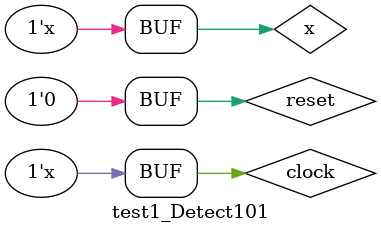
<source format=v>
`timescale 1ns / 100ps

module test1_Detect101( );
  reg x,reset,clock;//´ý²âÄ£¿éÊäÈë¶Ë¿Ú±äÁ¿
  wire z;           //´ý²âÄ£¿éÊä³ö¶Ë¿Ú±äÁ¿
  //ÊµÀý»¯
  Detect101 MUT(x, reset, clock, z);
  //³õÊ¼»¯
  initial begin
    x = 1'b0;
    reset = 1'b1;
    clock = 1'b0;
  end
  //¼¤ÀøÐÅºÅ
  initial
    #24 reset = 1'b0;     //24nsºóreset=0

  always #5 clock = ~clock;//Ê±ÖÓÖÜÆÚ10ns
  always #7 x = ~x;       //x±ä»¯ÖÜÆÚ14ns
endmodule

</source>
